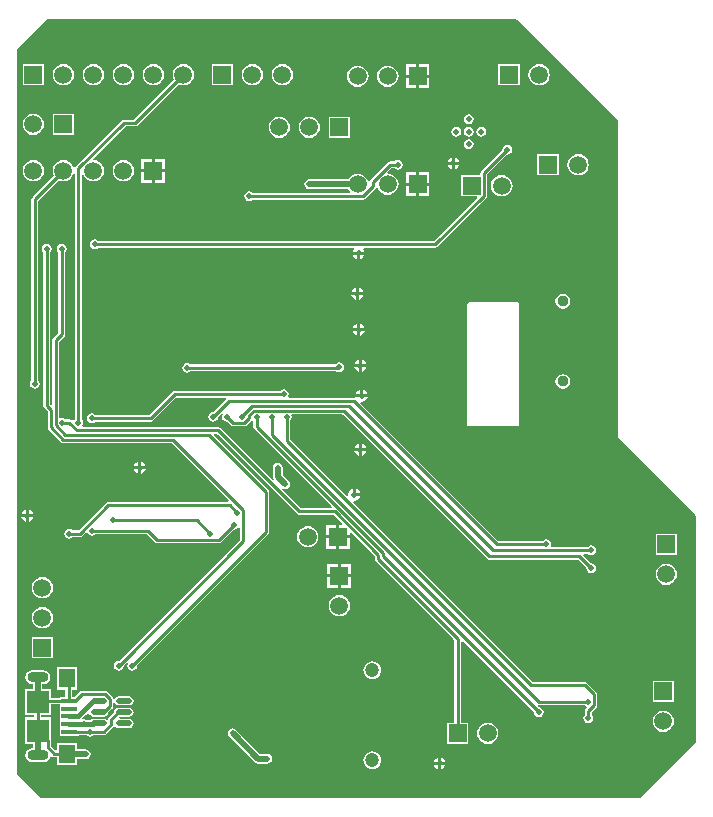
<source format=gbl>
%FSTAX23Y23*%
%MOIN*%
%SFA1B1*%

%IPPOS*%
%ADD74C,0.010000*%
%ADD76C,0.019680*%
%ADD77C,0.015000*%
%ADD78R,0.059060X0.059060*%
%ADD79C,0.059060*%
%ADD80C,0.037400*%
%ADD81R,0.059060X0.059060*%
%ADD82C,0.019680*%
%ADD83O,0.070870X0.035430*%
%ADD84C,0.047240*%
%ADD85O,0.053150X0.017720*%
%ADD86R,0.053150X0.015750*%
%ADD87R,0.055120X0.062990*%
%ADD88R,0.074800X0.074800*%
%LNsolears_v1-1*%
%LPD*%
G36*
X02675Y03604D02*
X02902Y03377D01*
X02982Y03297*
X03014Y03265*
Y02215*
X03015Y02211*
X03017Y02207*
X03274Y0195*
Y01194*
X0309Y0101*
X01089*
X0101Y01084*
Y03505*
X01109Y03604*
X02675*
G37*
%LNsolears_v1-2*%
%LPC*%
G36*
X02385Y03454D02*
X02351D01*
Y0342*
X02385*
Y03454*
G37*
G36*
X02341D02*
X02306D01*
Y0342*
X02341*
Y03454*
G37*
G36*
X0173Y03455D02*
X01659D01*
Y03384*
X0173*
Y03455*
G37*
G36*
X011D02*
X01029D01*
Y03384*
X011*
Y03455*
G37*
G36*
X02686D02*
X02615D01*
Y03384*
X02686*
Y03455*
G37*
G36*
X01895Y03455D02*
X01885Y03454D01*
X01877Y0345*
X01869Y03445*
X01864Y03437*
X0186Y03429*
X01859Y0342*
X0186Y0341*
X01864Y03402*
X01869Y03394*
X01877Y03389*
X01885Y03385*
X01895Y03384*
X01904Y03385*
X01912Y03389*
X0192Y03394*
X01925Y03402*
X01929Y0341*
X0193Y0342*
X01929Y03429*
X01925Y03437*
X0192Y03445*
X01912Y0345*
X01904Y03454*
X01895Y03455*
G37*
G36*
X01795D02*
X01785Y03454D01*
X01777Y0345*
X01769Y03445*
X01764Y03437*
X0176Y03429*
X01759Y0342*
X0176Y0341*
X01764Y03402*
X01769Y03394*
X01777Y03389*
X01785Y03385*
X01795Y03384*
X01804Y03385*
X01812Y03389*
X0182Y03394*
X01825Y03402*
X01829Y0341*
X0183Y0342*
X01829Y03429*
X01825Y03437*
X0182Y03445*
X01812Y0345*
X01804Y03454*
X01795Y03455*
G37*
G36*
X01565D02*
X01555Y03454D01*
X01547Y0345*
X01539Y03445*
X01534Y03437*
X0153Y03429*
X01529Y0342*
X0153Y0341*
X01533Y03404*
X014Y0327*
X01367*
X01363Y0327*
X01359Y03267*
X01207Y03115*
X01204Y03111*
X01199Y03109*
X01199Y03109*
X01195Y03117*
X0119Y03125*
X01182Y0313*
X01174Y03134*
X01165Y03135*
X01155Y03134*
X01147Y0313*
X01139Y03125*
X01134Y03117*
X0113Y03109*
X01129Y031*
X0113Y0309*
X01133Y03084*
X01062Y03012*
X01059Y03009*
X01058Y03005*
Y02401*
X01058Y02401*
X01055Y02396*
X01053Y0239*
X01055Y02383*
X01058Y02378*
X01063Y02375*
X0107Y02373*
X01076Y02375*
X01081Y02378*
X01084Y02383*
X01086Y0239*
X01084Y02396*
X01081Y02401*
X01081Y02401*
Y03*
X01149Y03068*
X01155Y03065*
X01165Y03064*
X01174Y03065*
X01182Y03069*
X0119Y03074*
X01195Y03082*
X01198Y03089*
X01203Y03088*
Y02271*
X01203Y02271*
X01201Y02267*
X01195Y02265*
X01193Y02267*
X01189Y0227*
X01185Y02271*
X01171*
X01171Y02271*
X01166Y02274*
X0116Y02276*
X01155Y02275*
X0115Y02278*
Y02529*
X01167Y02546*
X0117Y0255*
X01171Y02554*
Y02828*
X01171Y02828*
X01174Y02833*
X01176Y0284*
X01174Y02846*
X01171Y02851*
X01166Y02854*
X0116Y02856*
X01153Y02854*
X01148Y02851*
X01145Y02846*
X01143Y0284*
X01145Y02833*
X01148Y02828*
X01148Y02828*
Y02559*
X01131Y02541*
X01128Y02538*
X01128Y02534*
Y02322*
X01123Y02319*
X01121Y02321*
Y02828*
X01121Y02828*
X01124Y02833*
X01126Y0284*
X01124Y02846*
X01121Y02851*
X01116Y02854*
X0111Y02856*
X01103Y02854*
X01098Y02851*
X01095Y02846*
X01093Y0284*
X01095Y02833*
X01098Y02828*
X01098Y02828*
Y02315*
X01099Y0231*
X01102Y02307*
X01112Y02297*
Y02244*
X01113Y0224*
X01115Y02236*
X01157Y02195*
X0116Y02192*
X01164Y02192*
X01526*
X01717Y02001*
X01715Y01996*
X01315*
X01311Y01995*
X01307Y01992*
X01216Y01901*
X01196*
X01196Y01901*
X01191Y01904*
X01185Y01906*
X01178Y01904*
X01173Y01901*
X0117Y01896*
X01168Y0189*
X0117Y01883*
X01173Y01878*
X01178Y01875*
X01185Y01873*
X01191Y01875*
X01196Y01878*
X01196Y01878*
X0122*
X01224Y01879*
X01228Y01882*
X0124Y01894*
X01246Y01892*
X01248Y01888*
X01253Y01885*
X0126Y01883*
X01266Y01885*
X01271Y01888*
X01271Y01888*
X01443*
X0147Y01861*
X01474Y01858*
X01478Y01858*
X01684*
X01688Y01858*
X01692Y01861*
X01734Y01904*
X01735Y01903*
X01741Y01905*
X01746Y01908*
X01749Y01913*
X01749Y01913*
X01754Y0191*
Y0187*
X0135Y01466*
X0135Y01466*
X01343Y01464*
X01338Y01461*
X01335Y01456*
X01333Y0145*
X01335Y01443*
X01338Y01438*
X01343Y01435*
X0135Y01433*
X01356Y01435*
X01361Y01438*
X01364Y01443*
X01366Y0145*
X01366Y0145*
X01378Y01462*
X01378Y01462*
X01382Y01459*
X01381Y01458*
X0138Y01456*
X01378Y0145*
X0138Y01443*
X01383Y01438*
X01388Y01435*
X01395Y01433*
X01401Y01435*
X01406Y01438*
X01409Y01443*
X01411Y0145*
X01411Y0145*
X01847Y01887*
X0185Y0189*
X01851Y01895*
Y0203*
X0185Y02034*
X01847Y02037*
X01666Y02219*
X01668Y02223*
X01676*
X01942Y01957*
X01946Y01954*
X0195Y01953*
X02064*
X02094Y01924*
X02092Y01919*
X02085*
Y01885*
X02119*
Y01892*
X02124Y01894*
X02203Y01814*
Y01805*
X02204Y01801*
X02207Y01797*
X02468Y01535*
Y0126*
X02444*
Y01189*
X02515*
Y0126*
X02491*
Y01531*
X02495Y01533*
X02734Y01295*
X02733Y01295*
X02735Y01288*
X02738Y01283*
X02743Y0128*
X0275Y01278*
X02756Y0128*
X02761Y01283*
X02764Y01288*
X02766Y01295*
X02764Y01301*
X02761Y01306*
X02756Y01309*
X0275Y01311*
X02749Y01311*
X02746Y01314*
X02748Y01319*
X0275Y01318*
X029*
X02901Y01318*
X02906Y01315*
X02908Y01314*
X02909Y01309*
X02908Y01307*
X02905Y01304*
X02904Y01299*
Y01287*
X02903Y01286*
X029Y01281*
X02898Y01275*
X029Y01268*
X02903Y01263*
X02908Y0126*
X02915Y01258*
X02921Y0126*
X02926Y01263*
X02929Y01268*
X02931Y01275*
X02929Y01281*
X02926Y01285*
Y01295*
X02941Y01309*
X02943Y01312*
X02944Y01317*
Y01354*
Y01354*
X02943Y01358*
X02941Y01361*
X0291Y01392*
X02906Y01395*
X02902Y01396*
X02729*
X0213Y01995*
X02132Y02*
X02135Y01999*
X02142Y02001*
X02149Y02005*
X02153Y02012*
X02154Y02015*
X02135*
Y0202*
X0213*
Y02039*
X02127Y02038*
X0212Y02034*
X02116Y02027*
X02114Y0202*
X02115Y02017*
X0211Y02015*
X01921Y02204*
Y02268*
X01921Y02268*
X01924Y02273*
X01926Y0228*
X01925Y02284*
X01928Y02289*
X02094*
X02577Y01807*
X0258Y01804*
X02585Y01803*
X0288*
X02909Y01775*
X02908Y01775*
X0291Y01768*
X02913Y01763*
X02918Y0176*
X02925Y01758*
X02931Y0176*
X02936Y01763*
X02939Y01768*
X02941Y01775*
X02939Y01781*
X02936Y01786*
X02931Y01789*
X02925Y01791*
X02924Y01791*
X02897Y01818*
X02899Y01823*
X02914*
X02918Y0182*
X02925Y01818*
X02931Y0182*
X02936Y01823*
X02939Y01828*
X02941Y01835*
X02939Y01841*
X02936Y01846*
X02931Y01849*
X02925Y01851*
X02918Y01849*
X02913Y01846*
X02912Y01845*
X02793*
X0279Y0185*
X02791Y01855*
X02789Y01861*
X02786Y01866*
X02781Y01869*
X02775Y01871*
X02768Y01869*
X02763Y01866*
X02763Y01866*
X02614*
X02155Y02325*
X02157Y0233*
X0216Y02329*
X02167Y02331*
X02174Y02335*
X02178Y02342*
X02179Y02345*
X02139*
X02138Y02344*
X02136Y02342*
X02132Y02343*
X01916*
X01914Y02348*
X01914Y02348*
X01916Y02355*
X01914Y02361*
X01911Y02366*
X01906Y02369*
X019Y02371*
X01893Y02369*
X01888Y02366*
X01888Y02366*
X01536*
X01532Y02365*
X01528Y02362*
X01451Y02286*
X01271*
X01271Y02286*
X01266Y02289*
X0126Y02291*
X01253Y02289*
X01248Y02286*
X01245Y02281*
X01243Y02275*
X01245Y02268*
X01248Y02263*
X01253Y0226*
X0126Y02258*
X01266Y0226*
X01271Y02263*
X01271Y02263*
X01456*
X0146Y02264*
X01464Y02267*
X0154Y02343*
X01706*
X01708Y02338*
X01665Y02296*
X01665Y02296*
X01658Y02294*
X01653Y02291*
X0165Y02286*
X01648Y0228*
X0165Y02273*
X01653Y02268*
X01658Y02265*
X01665Y02263*
X01671Y02265*
X01676Y02268*
X01679Y02273*
X01681Y0228*
X01681Y0228*
X01693Y02292*
X01693Y02292*
X01697Y02289*
X01696Y02288*
X01695Y02286*
X01693Y0228*
X01695Y02273*
X01698Y02268*
X01703Y02265*
X0171Y02263*
X0171Y02264*
X01722Y02251*
X01726Y02248*
X0173Y02248*
X01768*
X01772Y02248*
X01776Y02251*
X01792Y02267*
X01797Y02265*
X01798Y02263*
Y02246*
X01799Y02242*
X01802Y02239*
X0206Y0198*
X02058Y01976*
X01955*
X01893Y02037*
X01897Y02041*
X01898Y0204*
X01905Y02038*
X01911Y0204*
X01916Y02043*
X01919Y02048*
X01921Y02055*
X01919Y02061*
X01916Y02066*
X01896Y02086*
Y0211*
X01894Y02116*
X01891Y02121*
X01886Y02124*
X0188Y02126*
X01873Y02124*
X01868Y02121*
X01865Y02116*
X01863Y0211*
Y0208*
X01865Y02073*
X01866Y02072*
X01862Y02068*
X01688Y02242*
X01684Y02245*
X0168Y02246*
X0123*
X01228Y02251*
X01229Y02253*
X01231Y0226*
X01229Y02266*
X01226Y02271*
X01226Y02271*
Y03088*
X01231Y03089*
X01234Y03082*
X01239Y03074*
X01247Y03069*
X01255Y03065*
X01265Y03064*
X01274Y03065*
X01282Y03069*
X0129Y03074*
X01295Y03082*
X01299Y0309*
X013Y031*
X01299Y03109*
X01295Y03117*
X0129Y03125*
X01282Y0313*
X01274Y03134*
X01266Y03135*
X01263Y0314*
X01372Y03248*
X01404*
X01409Y03249*
X01412Y03251*
X01549Y03388*
X01555Y03385*
X01565Y03384*
X01574Y03385*
X01582Y03389*
X0159Y03394*
X01595Y03402*
X01599Y0341*
X016Y0342*
X01599Y03429*
X01595Y03437*
X0159Y03445*
X01582Y0345*
X01574Y03454*
X01565Y03455*
G37*
G36*
X01465D02*
X01455Y03454D01*
X01447Y0345*
X01439Y03445*
X01434Y03437*
X0143Y03429*
X01429Y0342*
X0143Y0341*
X01434Y03402*
X01439Y03394*
X01447Y03389*
X01455Y03385*
X01465Y03384*
X01474Y03385*
X01482Y03389*
X0149Y03394*
X01495Y03402*
X01499Y0341*
X015Y0342*
X01499Y03429*
X01495Y03437*
X0149Y03445*
X01482Y0345*
X01474Y03454*
X01465Y03455*
G37*
G36*
X01365D02*
X01355Y03454D01*
X01347Y0345*
X01339Y03445*
X01334Y03437*
X0133Y03429*
X01329Y0342*
X0133Y0341*
X01334Y03402*
X01339Y03394*
X01347Y03389*
X01355Y03385*
X01365Y03384*
X01374Y03385*
X01382Y03389*
X0139Y03394*
X01395Y03402*
X01399Y0341*
X014Y0342*
X01399Y03429*
X01395Y03437*
X0139Y03445*
X01382Y0345*
X01374Y03454*
X01365Y03455*
G37*
G36*
X01265D02*
X01255Y03454D01*
X01247Y0345*
X01239Y03445*
X01234Y03437*
X0123Y03429*
X01229Y0342*
X0123Y0341*
X01234Y03402*
X01239Y03394*
X01247Y03389*
X01255Y03385*
X01265Y03384*
X01274Y03385*
X01282Y03389*
X0129Y03394*
X01295Y03402*
X01299Y0341*
X013Y0342*
X01299Y03429*
X01295Y03437*
X0129Y03445*
X01282Y0345*
X01274Y03454*
X01265Y03455*
G37*
G36*
X01165D02*
X01155Y03454D01*
X01147Y0345*
X01139Y03445*
X01134Y03437*
X0113Y03429*
X01129Y0342*
X0113Y0341*
X01134Y03402*
X01139Y03394*
X01147Y03389*
X01155Y03385*
X01165Y03384*
X01174Y03385*
X01182Y03389*
X0119Y03394*
X01195Y03402*
X01199Y0341*
X012Y0342*
X01199Y03429*
X01195Y03437*
X0119Y03445*
X01182Y0345*
X01174Y03454*
X01165Y03455*
G37*
G36*
X02751D02*
X02742Y03454D01*
X02733Y0345*
X02726Y03445*
X0272Y03437*
X02716Y03429*
X02715Y0342*
X02716Y0341*
X0272Y03402*
X02726Y03394*
X02733Y03389*
X02742Y03385*
X02751Y03384*
X0276Y03385*
X02769Y03389*
X02776Y03394*
X02782Y03402*
X02785Y0341*
X02787Y0342*
X02785Y03429*
X02782Y03437*
X02776Y03445*
X02769Y0345*
X0276Y03454*
X02751Y03455*
G37*
G36*
X02246Y0345D02*
X02237Y03449D01*
X02228Y03445*
X02221Y0344*
X02215Y03432*
X02211Y03424*
X0221Y03415*
X02211Y03405*
X02215Y03397*
X02221Y03389*
X02228Y03384*
X02237Y0338*
X02246Y03379*
X02255Y0338*
X02264Y03384*
X02271Y03389*
X02277Y03397*
X0228Y03405*
X02282Y03415*
X0228Y03424*
X02277Y03432*
X02271Y0344*
X02264Y03445*
X02255Y03449*
X02246Y0345*
G37*
G36*
X02146D02*
X02137Y03449D01*
X02128Y03445*
X02121Y0344*
X02115Y03432*
X02111Y03424*
X0211Y03415*
X02111Y03405*
X02115Y03397*
X02121Y03389*
X02128Y03384*
X02137Y0338*
X02146Y03379*
X02155Y0338*
X02164Y03384*
X02171Y03389*
X02177Y03397*
X0218Y03405*
X02182Y03415*
X0218Y03424*
X02177Y03432*
X02171Y0344*
X02164Y03445*
X02155Y03449*
X02146Y0345*
G37*
G36*
X02385Y0341D02*
X02351D01*
Y03375*
X02385*
Y0341*
G37*
G36*
X02341D02*
X02306D01*
Y03375*
X02341*
Y0341*
G37*
G36*
X02516Y03287D02*
X0251Y03286D01*
X02504Y03282*
X02501Y03277*
X025Y03271*
X02501Y03265*
X02504Y03259*
X0251Y03256*
X02516Y03255*
X02522Y03256*
X02527Y03259*
X02531Y03265*
X02532Y03271*
X02531Y03277*
X02527Y03282*
X02522Y03286*
X02516Y03287*
G37*
G36*
X012Y0329D02*
X01129D01*
Y03219*
X012*
Y0329*
G37*
G36*
X01065Y0329D02*
X01055Y03289D01*
X01047Y03285*
X01039Y0328*
X01034Y03272*
X0103Y03264*
X01029Y03255*
X0103Y03245*
X01034Y03237*
X01039Y03229*
X01047Y03224*
X01055Y0322*
X01065Y03219*
X01074Y0322*
X01082Y03224*
X0109Y03229*
X01095Y03237*
X01099Y03245*
X011Y03255*
X01099Y03264*
X01095Y03272*
X0109Y0328*
X01082Y03285*
X01074Y03289*
X01065Y0329*
G37*
G36*
X02557Y03246D02*
X02551Y03244D01*
X02546Y03241*
X02542Y03236*
X02541Y0323*
X02542Y03223*
X02546Y03218*
X02551Y03215*
X02557Y03213*
X02563Y03215*
X02569Y03218*
X02572Y03223*
X02573Y0323*
X02572Y03236*
X02569Y03241*
X02563Y03244*
X02557Y03246*
G37*
G36*
X02516D02*
X0251Y03244D01*
X02504Y03241*
X02501Y03236*
X025Y0323*
X02501Y03223*
X02504Y03218*
X0251Y03215*
X02516Y03213*
X02522Y03215*
X02527Y03218*
X02531Y03223*
X02532Y0323*
X02531Y03236*
X02527Y03241*
X02522Y03244*
X02516Y03246*
G37*
G36*
X02475D02*
X02468Y03244D01*
X02463Y03241*
X0246Y03236*
X02458Y0323*
X0246Y03223*
X02463Y03218*
X02468Y03215*
X02475Y03213*
X02481Y03215*
X02486Y03218*
X02489Y03223*
X02491Y0323*
X02489Y03236*
X02486Y03241*
X02481Y03244*
X02475Y03246*
G37*
G36*
X0212Y0328D02*
X02049D01*
Y03209*
X0212*
Y0328*
G37*
G36*
X01985Y0328D02*
X01975Y03279D01*
X01967Y03275*
X01959Y0327*
X01954Y03262*
X0195Y03254*
X01949Y03245*
X0195Y03235*
X01954Y03227*
X01959Y03219*
X01967Y03214*
X01975Y0321*
X01985Y03209*
X01994Y0321*
X02002Y03214*
X0201Y03219*
X02015Y03227*
X02019Y03235*
X0202Y03245*
X02019Y03254*
X02015Y03262*
X0201Y0327*
X02002Y03275*
X01994Y03279*
X01985Y0328*
G37*
G36*
X01885D02*
X01875Y03279D01*
X01867Y03275*
X01859Y0327*
X01854Y03262*
X0185Y03254*
X01849Y03245*
X0185Y03235*
X01854Y03227*
X01859Y03219*
X01867Y03214*
X01875Y0321*
X01885Y03209*
X01894Y0321*
X01902Y03214*
X0191Y03219*
X01915Y03227*
X01919Y03235*
X0192Y03245*
X01919Y03254*
X01915Y03262*
X0191Y0327*
X01902Y03275*
X01894Y03279*
X01885Y0328*
G37*
G36*
X02516Y03204D02*
X0251Y03203D01*
X02504Y032*
X02501Y03194*
X025Y03188*
X02501Y03182*
X02504Y03177*
X0251Y03173*
X02516Y03172*
X02522Y03173*
X02527Y03177*
X02531Y03182*
X02532Y03188*
X02531Y03194*
X02527Y032*
X02522Y03203*
X02516Y03204*
G37*
G36*
X02645Y03186D02*
X02638Y03184D01*
X02633Y03181*
X0263Y03176*
X02628Y0317*
X02629Y03169*
X02558Y03099*
X02556Y03096*
X02555Y03091*
Y03085*
X0249*
Y03014*
X02543*
X02545Y03009*
X02401Y02866*
X01281*
X01281Y02866*
X01276Y02869*
X0127Y02871*
X01263Y02869*
X01258Y02866*
X01255Y02861*
X01253Y02855*
X01255Y02848*
X01258Y02843*
X01263Y0284*
X0127Y02838*
X01276Y0284*
X01281Y02843*
X01281Y02843*
X02133*
X02134Y0284*
X02135Y02838*
X02131Y02832*
X0213Y0283*
X02169*
X02168Y02832*
X02164Y02838*
X02165Y0284*
X02166Y02843*
X02405*
X0241Y02844*
X02413Y02847*
X02574Y03008*
X02577Y03011*
X02577Y03015*
Y03015*
Y03087*
X02644Y03154*
X02645Y03153*
X02651Y03155*
X02656Y03158*
X02659Y03163*
X02661Y0317*
X02659Y03176*
X02656Y03181*
X02651Y03184*
X02645Y03186*
G37*
G36*
X0228Y03136D02*
X02273Y03134D01*
X02268Y03131*
X02268Y03131*
X02254*
X02249Y0313*
X02246Y03127*
X02188Y0307*
X02186Y03066*
X02181Y03064*
X0218Y03064*
X02177Y03072*
X02171Y0308*
X02164Y03085*
X02155Y03089*
X02146Y0309*
X02137Y03089*
X02128Y03085*
X02121Y0308*
X02115Y03072*
X02114Y03071*
X01985*
X01978Y03069*
X01973Y03066*
X0197Y03061*
X01968Y03055*
X0197Y03048*
X01973Y03043*
X01978Y0304*
X01985Y03038*
X02114*
X02115Y03037*
X0212Y0303*
X02118Y03025*
X01796*
X01796Y03026*
X01791Y03029*
X01785Y03031*
X01778Y03029*
X01773Y03026*
X0177Y03021*
X01768Y03015*
X0177Y03008*
X01773Y03003*
X01778Y03*
X01785Y02998*
X01791Y03*
X01796Y03003*
X02163*
X02167Y03004*
X0217Y03006*
X02204Y03039*
X02206Y03043*
X02211Y03045*
X02212Y03045*
X02215Y03037*
X02221Y03029*
X02228Y03024*
X02237Y0302*
X02246Y03019*
X02255Y0302*
X02264Y03024*
X02271Y03029*
X02277Y03037*
X0228Y03045*
X02282Y03055*
X0228Y03064*
X02277Y03072*
X02271Y0308*
X02264Y03085*
X02255Y03089*
X02247Y0309*
X02245Y03095*
X02258Y03108*
X02268*
X02268Y03108*
X02273Y03105*
X0228Y03103*
X02286Y03105*
X02291Y03108*
X02294Y03113*
X02296Y0312*
X02294Y03126*
X02291Y03131*
X02286Y03134*
X0228Y03136*
G37*
G36*
X0247Y03144D02*
Y0313D01*
X02484*
X02483Y03132*
X02479Y03139*
X02472Y03143*
X0247Y03144*
G37*
G36*
X0246D02*
X02457Y03143D01*
X0245Y03139*
X02446Y03132*
X02445Y0313*
X0246*
Y03144*
G37*
G36*
X02484Y0312D02*
X0247D01*
Y03105*
X02472Y03106*
X02479Y0311*
X02483Y03117*
X02484Y0312*
G37*
G36*
X0246D02*
X02445D01*
X02446Y03117*
X0245Y0311*
X02457Y03106*
X0246Y03105*
Y0312*
G37*
G36*
X01504Y03139D02*
X0147D01*
Y03105*
X01504*
Y03139*
G37*
G36*
X0146D02*
X01425D01*
Y03105*
X0146*
Y03139*
G37*
G36*
X02816Y03155D02*
X02745D01*
Y03084*
X02816*
Y03155*
G37*
G36*
X02881Y03155D02*
X02872Y03154D01*
X02863Y0315*
X02856Y03145*
X0285Y03137*
X02846Y03129*
X02845Y0312*
X02846Y0311*
X0285Y03102*
X02856Y03094*
X02863Y03089*
X02872Y03085*
X02881Y03084*
X0289Y03085*
X02899Y03089*
X02906Y03094*
X02912Y03102*
X02915Y0311*
X02917Y0312*
X02915Y03129*
X02912Y03137*
X02906Y03145*
X02899Y0315*
X0289Y03154*
X02881Y03155*
G37*
G36*
X01365Y03135D02*
X01355Y03134D01*
X01347Y0313*
X01339Y03125*
X01334Y03117*
X0133Y03109*
X01329Y031*
X0133Y0309*
X01334Y03082*
X01339Y03074*
X01347Y03069*
X01355Y03065*
X01365Y03064*
X01374Y03065*
X01382Y03069*
X0139Y03074*
X01395Y03082*
X01399Y0309*
X014Y031*
X01399Y03109*
X01395Y03117*
X0139Y03125*
X01382Y0313*
X01374Y03134*
X01365Y03135*
G37*
G36*
X01065D02*
X01055Y03134D01*
X01047Y0313*
X01039Y03125*
X01034Y03117*
X0103Y03109*
X01029Y031*
X0103Y0309*
X01034Y03082*
X01039Y03074*
X01047Y03069*
X01055Y03065*
X01065Y03064*
X01074Y03065*
X01082Y03069*
X0109Y03074*
X01095Y03082*
X01099Y0309*
X011Y031*
X01099Y03109*
X01095Y03117*
X0109Y03125*
X01082Y0313*
X01074Y03134*
X01065Y03135*
G37*
G36*
X01504Y03095D02*
X0147D01*
Y0306*
X01504*
Y03095*
G37*
G36*
X0146D02*
X01425D01*
Y0306*
X0146*
Y03095*
G37*
G36*
X02385Y03094D02*
X02351D01*
Y0306*
X02385*
Y03094*
G37*
G36*
X02341D02*
X02306D01*
Y0306*
X02341*
Y03094*
G37*
G36*
X02385Y0305D02*
X02351D01*
Y03015*
X02385*
Y0305*
G37*
G36*
X02341D02*
X02306D01*
Y03015*
X02341*
Y0305*
G37*
G36*
X02626Y03085D02*
X02617Y03084D01*
X02608Y0308*
X02601Y03075*
X02595Y03067*
X02591Y03059*
X0259Y0305*
X02591Y0304*
X02595Y03032*
X02601Y03024*
X02608Y03019*
X02617Y03015*
X02626Y03014*
X02635Y03015*
X02644Y03019*
X02651Y03024*
X02657Y03032*
X0266Y0304*
X02662Y0305*
X0266Y03059*
X02657Y03067*
X02651Y03075*
X02644Y0308*
X02635Y03084*
X02626Y03085*
G37*
G36*
X02169Y0282D02*
X02155D01*
Y02805*
X02157Y02806*
X02164Y0281*
X02168Y02817*
X02169Y0282*
G37*
G36*
X02145D02*
X0213D01*
X02131Y02817*
X02135Y0281*
X02142Y02806*
X02145Y02805*
Y0282*
G37*
G36*
X0215Y02709D02*
Y02695D01*
X02164*
X02163Y02697*
X02159Y02704*
X02152Y02708*
X0215Y02709*
G37*
G36*
X0214D02*
X02137Y02708D01*
X0213Y02704*
X02126Y02697*
X02125Y02695*
X0214*
Y02709*
G37*
G36*
X02164Y02685D02*
X0215D01*
Y0267*
X02152Y02671*
X02159Y02675*
X02163Y02682*
X02164Y02685*
G37*
G36*
X0214D02*
X02125D01*
X02126Y02682*
X0213Y02675*
X02137Y02671*
X0214Y0267*
Y02685*
G37*
G36*
X0283Y0269D02*
X0282Y02688D01*
X02812Y02682*
X02806Y02674*
X02804Y02665*
X02806Y02655*
X02812Y02647*
X0282Y02641*
X0283Y02639*
X02839Y02641*
X02847Y02647*
X02853Y02655*
X02855Y02665*
X02853Y02674*
X02847Y02682*
X02839Y02688*
X0283Y0269*
G37*
G36*
X02155Y02589D02*
Y02575D01*
X02169*
X02168Y02577*
X02164Y02584*
X02157Y02588*
X02155Y02589*
G37*
G36*
X02145D02*
X02142Y02588D01*
X02135Y02584*
X02131Y02577*
X0213Y02575*
X02145*
Y02589*
G37*
G36*
X02169Y02565D02*
X02155D01*
Y0255*
X02157Y02551*
X02164Y02555*
X02168Y02562*
X02169Y02565*
G37*
G36*
X02145D02*
X0213D01*
X02131Y02562*
X02135Y02555*
X02142Y02551*
X02145Y0255*
Y02565*
G37*
G36*
X0216Y02469D02*
Y02455D01*
X02174*
X02173Y02457*
X02169Y02464*
X02162Y02468*
X0216Y02469*
G37*
G36*
X0215D02*
X02147Y02468D01*
X0214Y02464*
X02136Y02457*
X02135Y02455*
X0215*
Y02469*
G37*
G36*
X02085Y02461D02*
X02078Y02459D01*
X02073Y02456*
X02072Y02454*
X01587*
X01583Y02457*
X01577Y02458*
X01571Y02457*
X01566Y02453*
X01562Y02448*
X01561Y02442*
X01562Y02436*
X01566Y02431*
X01571Y02427*
X01577Y02426*
X01583Y02427*
X01588Y02431*
X01589Y02432*
X02075*
X02078Y0243*
X02085Y02428*
X02091Y0243*
X02096Y02433*
X02099Y02438*
X02101Y02445*
X02099Y02451*
X02096Y02456*
X02091Y02459*
X02085Y02461*
G37*
G36*
X02174Y02445D02*
X0216D01*
Y0243*
X02162Y02431*
X02169Y02435*
X02173Y02442*
X02174Y02445*
G37*
G36*
X0215D02*
X02135D01*
X02136Y02442*
X0214Y02435*
X02147Y02431*
X0215Y0243*
Y02445*
G37*
G36*
X0283Y02422D02*
X0282Y0242D01*
X02812Y02415*
X02806Y02406*
X02804Y02397*
X02806Y02387*
X02812Y02379*
X0282Y02374*
X0283Y02372*
X02839Y02374*
X02847Y02379*
X02853Y02387*
X02855Y02397*
X02853Y02406*
X02847Y02415*
X02839Y0242*
X0283Y02422*
G37*
G36*
X02165Y02369D02*
Y02355D01*
X02179*
X02178Y02357*
X02174Y02364*
X02167Y02368*
X02165Y02369*
G37*
G36*
X02155D02*
X02152Y02368D01*
X02145Y02364*
X02141Y02357*
X0214Y02355*
X02155*
Y02369*
G37*
G36*
X02677Y02661D02*
X02518D01*
X02513Y02659*
X02511Y02655*
Y02253*
X02513Y02249*
X02518Y02247*
X02677*
X02682Y02249*
X02684Y02253*
Y02655*
X02682Y02659*
X02677Y02661*
G37*
G36*
X0216Y02189D02*
Y02175D01*
X02174*
X02173Y02177*
X02169Y02184*
X02162Y02188*
X0216Y02189*
G37*
G36*
X0215D02*
X02147Y02188D01*
X0214Y02184*
X02136Y02177*
X02135Y02175*
X0215*
Y02189*
G37*
G36*
X02174Y02165D02*
X0216D01*
Y0215*
X02162Y02151*
X02169Y02155*
X02173Y02162*
X02174Y02165*
G37*
G36*
X0215D02*
X02135D01*
X02136Y02162*
X0214Y02155*
X02147Y02151*
X0215Y0215*
Y02165*
G37*
G36*
X01425Y02129D02*
Y02115D01*
X01439*
X01438Y02117*
X01434Y02124*
X01427Y02128*
X01425Y02129*
G37*
G36*
X01415D02*
X01412Y02128D01*
X01405Y02124*
X01401Y02117*
X014Y02115*
X01415*
Y02129*
G37*
G36*
X01439Y02105D02*
X01425D01*
Y0209*
X01427Y02091*
X01434Y02095*
X01438Y02102*
X01439Y02105*
G37*
G36*
X01415D02*
X014D01*
X01401Y02102*
X01405Y02095*
X01412Y02091*
X01415Y0209*
Y02105*
G37*
G36*
X0214Y02039D02*
Y02025D01*
X02154*
X02153Y02027*
X02149Y02034*
X02142Y02038*
X0214Y02039*
G37*
G36*
X0105Y01969D02*
Y01955D01*
X01064*
X01063Y01957*
X01059Y01964*
X01052Y01968*
X0105Y01969*
G37*
G36*
X0104D02*
X01037Y01968D01*
X0103Y01964*
X01026Y01957*
X01025Y01955*
X0104*
Y01969*
G37*
G36*
X01064Y01945D02*
X0105D01*
Y0193*
X01052Y01931*
X01059Y01935*
X01063Y01942*
X01064Y01945*
G37*
G36*
X0104D02*
X01025D01*
X01026Y01942*
X0103Y01935*
X01037Y01931*
X0104Y0193*
Y01945*
G37*
G36*
X02075Y01919D02*
X0204D01*
Y01885*
X02075*
Y01919*
G37*
G36*
X0198Y01915D02*
X0197Y01914D01*
X01962Y0191*
X01954Y01905*
X01949Y01897*
X01945Y01889*
X01944Y0188*
X01945Y0187*
X01949Y01862*
X01954Y01854*
X01962Y01849*
X0197Y01845*
X0198Y01844*
X01989Y01845*
X01997Y01849*
X02005Y01854*
X0201Y01862*
X02014Y0187*
X02015Y0188*
X02014Y01889*
X0201Y01897*
X02005Y01905*
X01997Y0191*
X01989Y01914*
X0198Y01915*
G37*
G36*
X02119Y01875D02*
X02085D01*
Y0184*
X02119*
Y01875*
G37*
G36*
X02075D02*
X0204D01*
Y0184*
X02075*
Y01875*
G37*
G36*
X0321Y0189D02*
X03139D01*
Y01819*
X0321*
Y0189*
G37*
G36*
X02124Y01789D02*
X0209D01*
Y01755*
X02124*
Y01789*
G37*
G36*
X0208D02*
X02045D01*
Y01755*
X0208*
Y01789*
G37*
G36*
X03175Y0179D02*
X03165Y01789D01*
X03157Y01785*
X03149Y0178*
X03144Y01772*
X0314Y01764*
X03139Y01755*
X0314Y01745*
X03144Y01737*
X03149Y01729*
X03157Y01724*
X03165Y0172*
X03175Y01719*
X03184Y0172*
X03192Y01724*
X032Y01729*
X03205Y01737*
X03209Y01745*
X0321Y01755*
X03209Y01764*
X03205Y01772*
X032Y0178*
X03192Y01785*
X03184Y01789*
X03175Y0179*
G37*
G36*
X02124Y01745D02*
X0209D01*
Y0171*
X02124*
Y01745*
G37*
G36*
X0208D02*
X02045D01*
Y0171*
X0208*
Y01745*
G37*
G36*
X01095Y01745D02*
X01085Y01744D01*
X01077Y0174*
X01069Y01735*
X01064Y01727*
X0106Y01719*
X01059Y0171*
X0106Y017*
X01064Y01692*
X01069Y01684*
X01077Y01679*
X01085Y01675*
X01095Y01674*
X01104Y01675*
X01112Y01679*
X0112Y01684*
X01125Y01692*
X01129Y017*
X0113Y0171*
X01129Y01719*
X01125Y01727*
X0112Y01735*
X01112Y0174*
X01104Y01744*
X01095Y01745*
G37*
G36*
X02085Y01685D02*
X02075Y01684D01*
X02067Y0168*
X02059Y01675*
X02054Y01667*
X0205Y01659*
X02049Y0165*
X0205Y0164*
X02054Y01632*
X02059Y01624*
X02067Y01619*
X02075Y01615*
X02085Y01614*
X02094Y01615*
X02102Y01619*
X0211Y01624*
X02115Y01632*
X02119Y0164*
X0212Y0165*
X02119Y01659*
X02115Y01667*
X0211Y01675*
X02102Y0168*
X02094Y01684*
X02085Y01685*
G37*
G36*
X01095Y01645D02*
X01085Y01644D01*
X01077Y0164*
X01069Y01635*
X01064Y01627*
X0106Y01619*
X01059Y0161*
X0106Y016*
X01064Y01592*
X01069Y01584*
X01077Y01579*
X01085Y01575*
X01095Y01574*
X01104Y01575*
X01112Y01579*
X0112Y01584*
X01125Y01592*
X01129Y016*
X0113Y0161*
X01129Y01619*
X01125Y01627*
X0112Y01635*
X01112Y0164*
X01104Y01644*
X01095Y01645*
G37*
G36*
X0113Y01545D02*
X01059D01*
Y01474*
X0113*
Y01545*
G37*
G36*
X02195Y01464D02*
X02187Y01463D01*
X0218Y0146*
X02173Y01456*
X02169Y01449*
X02166Y01442*
X02165Y01435*
X02166Y01427*
X02169Y0142*
X02173Y01413*
X0218Y01409*
X02187Y01406*
X02195Y01405*
X02202Y01406*
X02209Y01409*
X02216Y01413*
X0222Y0142*
X02223Y01427*
X02224Y01435*
X02223Y01442*
X0222Y01449*
X02216Y01456*
X02209Y0146*
X02202Y01463*
X02195Y01464*
G37*
G36*
X01209Y01444D02*
X01142D01*
Y01369*
X01171*
Y01346*
X01152*
Y01343*
X01122*
Y01371*
X01095*
Y01387*
X01097*
X01106Y01388*
X01114Y01394*
X01119Y01401*
X01121Y01411*
X01119Y0142*
X01114Y01428*
X01106Y01433*
X01097Y01435*
X01061*
X01052Y01433*
X01044Y01428*
X01039Y0142*
X01037Y01411*
X01039Y01401*
X01044Y01394*
X01052Y01388*
X01061Y01387*
X01063*
Y01371*
X01036*
Y01285*
X01068*
Y01277*
X01036*
Y0119*
X01063*
Y01175*
X01061*
X01052Y01173*
X01044Y01168*
X01039Y0116*
X01037Y01151*
X01039Y01142*
X01044Y01134*
X01052Y01129*
X01061Y01127*
X01097*
X01106Y01129*
X01114Y01134*
X01119Y01142*
X0112Y01146*
X01126Y01148*
X01127Y01147*
Y01147*
X0113Y01144*
X01135Y01144*
X01142*
Y01117*
X01209*
Y01139*
X01239*
X0124Y01138*
X01246Y0114*
X01251Y01143*
X01254Y01148*
X01256Y01155*
X01254Y01161*
X01251Y01166*
X01251Y01166*
X01245Y0117*
X01239Y01171*
X01209*
Y01192*
X01142*
Y0117*
X01137Y01168*
X01123Y01182*
Y01201*
X01122Y01202*
Y01277*
X0109*
Y01285*
X01122*
Y01321*
X01152*
Y01292*
Y01267*
Y01241*
Y01216*
X01217*
Y01218*
X01243*
X01243Y01218*
X01248Y01215*
X01255Y01213*
X01261Y01215*
X01266Y01218*
X01266Y01218*
X013*
X01305Y01219*
X01308Y01222*
X01333Y01246*
X01336Y01247*
X01338Y01246*
X01339Y01246*
X01343Y01243*
X01349Y01242*
X01385*
X0139Y01243*
X01395Y01246*
X01398Y01251*
X014Y01257*
X01398Y01263*
X01395Y01268*
X0139Y01271*
X01385Y01272*
X01352*
X01349Y01277*
X01351Y01279*
X01385*
X0139Y01281*
X01395Y01284*
X01398Y01289*
X014Y01295*
X01398Y013*
X01395Y01305*
X0139Y01308*
X01385Y0131*
X01349*
X01343Y01308*
X01338Y01305*
X01335Y013*
X01334Y01295*
X01318Y01279*
X01315Y01275*
X01314Y01271*
X01314Y0127*
X01309Y01269*
X01306Y01271*
X013Y01272*
X01264*
X01259Y01271*
X01255Y01269*
X01242*
X01241Y01269*
X01235Y01271*
X01228Y01269*
X01226Y01274*
X01226Y01274*
X01236Y01284*
X01241Y01285*
X01246Y01288*
X01246Y01288*
X01251Y01287*
X01254Y01284*
X01259Y01281*
X01264Y01279*
X013*
X01306Y01281*
X01311Y01284*
X01314Y01289*
X01315Y01294*
X01328Y01306*
X0133Y0131*
X01331Y01314*
Y01324*
X01332Y01325*
X01336Y01325*
X01338Y01321*
X01343Y01318*
X01349Y01317*
X01385*
X0139Y01318*
X01395Y01321*
X01398Y01326*
X014Y01332*
X01398Y01338*
X01395Y01343*
X0139Y01346*
X01385Y01347*
X01349*
X01343Y01346*
X01338Y01343*
X01336Y01339*
X01332Y01339*
X01331Y01339*
Y0134*
X0133Y01344*
X01328Y01348*
X01313Y01362*
X0131Y01365*
X01305Y01366*
X01226*
X01222Y01365*
X01218Y01362*
X01201Y01346*
X01193*
Y01369*
X01209*
Y01444*
G37*
G36*
X032Y014D02*
X03129D01*
Y01329*
X032*
Y014*
G37*
G36*
X03165Y013D02*
X03155Y01299D01*
X03147Y01295*
X03139Y0129*
X03134Y01282*
X0313Y01274*
X03129Y01265*
X0313Y01255*
X03134Y01247*
X03139Y01239*
X03147Y01234*
X03155Y0123*
X03165Y01229*
X03174Y0123*
X03182Y01234*
X0319Y01239*
X03195Y01247*
X03199Y01255*
X032Y01265*
X03199Y01274*
X03195Y01282*
X0319Y0129*
X03182Y01295*
X03174Y01299*
X03165Y013*
G37*
G36*
X0258Y0126D02*
X0257Y01259D01*
X02562Y01255*
X02554Y0125*
X02549Y01242*
X02545Y01234*
X02544Y01225*
X02545Y01215*
X02549Y01207*
X02554Y01199*
X02562Y01194*
X0257Y0119*
X0258Y01189*
X02589Y0119*
X02597Y01194*
X02605Y01199*
X0261Y01207*
X02614Y01215*
X02615Y01225*
X02614Y01234*
X0261Y01242*
X02605Y0125*
X02597Y01255*
X02589Y01259*
X0258Y0126*
G37*
G36*
X02425Y01144D02*
Y0113D01*
X02439*
X02438Y01132*
X02434Y01139*
X02427Y01143*
X02425Y01144*
G37*
G36*
X02415D02*
X02412Y01143D01*
X02405Y01139*
X02401Y01132*
X024Y0113*
X02415*
Y01144*
G37*
G36*
X0173Y01241D02*
X01723Y01239D01*
X01718Y01236*
X01715Y01231*
X01713Y01225*
X01715Y01218*
X01718Y01213*
X01803Y01128*
X01808Y01125*
X01815Y01123*
X01845*
X01851Y01125*
X01856Y01128*
X01859Y01133*
X01861Y0114*
X01859Y01146*
X01856Y01151*
X01851Y01154*
X01845Y01156*
X01821*
X01741Y01236*
X01736Y01239*
X01735Y0124*
X0173Y01241*
G37*
G36*
X02439Y0112D02*
X02425D01*
Y01105*
X02427Y01106*
X02434Y0111*
X02438Y01117*
X02439Y0112*
G37*
G36*
X02415D02*
X024D01*
X02401Y01117*
X02405Y0111*
X02412Y01106*
X02415Y01105*
Y0112*
G37*
G36*
X02195Y01164D02*
X02187Y01163D01*
X0218Y0116*
X02173Y01156*
X02169Y01149*
X02166Y01142*
X02165Y01135*
X02166Y01127*
X02169Y0112*
X02173Y01113*
X0218Y01109*
X02187Y01106*
X02195Y01105*
X02202Y01106*
X02209Y01109*
X02216Y01113*
X0222Y0112*
X02223Y01127*
X02224Y01135*
X02223Y01142*
X0222Y01149*
X02216Y01156*
X02209Y0116*
X02202Y01163*
X02195Y01164*
G37*
%LNsolears_v1-3*%
%LPD*%
G54D74*
X02566Y03091D02*
X02645Y0317D01*
X02566Y03015D02*
Y03091D01*
X02405Y02855D02*
X02566Y03015D01*
X0127Y02855D02*
X02405D01*
X02254Y0312D02*
X0228D01*
X02196Y03062D02*
X02254Y0312D01*
X02196Y03047D02*
Y03062D01*
X02163Y03014D02*
X02196Y03047D01*
X01785Y03014D02*
X02163D01*
X01785Y03015D02*
X01785Y03014D01*
X02083Y02443D02*
X02085Y02445D01*
X01578Y02443D02*
X02083D01*
X01577Y02442D02*
X01578Y02443D01*
X01536Y02355D02*
X019D01*
X01456Y02275D02*
X01536Y02355D01*
X0126Y02275D02*
X01456D01*
X01717Y02332D02*
X02132D01*
X01665Y0228D02*
X01717Y02332D01*
X02132D02*
X0261Y01855D01*
X02775*
X0107Y0239D02*
Y03005D01*
X01165Y031*
X0186Y0222D02*
Y0228D01*
X0181Y02246D02*
Y0228D01*
X01785Y02275D02*
Y02284D01*
X01768Y02259D02*
X01785Y02275D01*
X0191Y022D02*
Y0228D01*
X01801Y023D02*
X02099D01*
X01794Y02316D02*
X02116D01*
X0176Y0228D02*
Y02281D01*
X0173Y02259D02*
X01768D01*
X0171Y0228D02*
X0173Y02259D01*
X01785Y02284D02*
X01801Y023D01*
X0181Y02246D02*
X0223Y01826D01*
X0176Y02281D02*
X01794Y02316D01*
X0191Y022D02*
X02725Y01385D01*
X01215Y0226D02*
Y03107D01*
X01367Y03259*
X01404*
X01565Y0342*
X01171Y02219D02*
X0165D01*
X01139Y02251D02*
X01171Y02219D01*
X01164Y02203D02*
X01531D01*
X01123Y02244D02*
X01164Y02203D01*
X0135Y0145D02*
X01765Y01865D01*
Y01968*
X01531Y02203D02*
X01765Y01968D01*
X0165Y02219D02*
X0184Y0203D01*
X0168Y02235D02*
X0195Y01965D01*
X0121Y02235D02*
X0168D01*
X01185Y0226D02*
X0121Y02235D01*
X01139Y02251D02*
Y02534D01*
X01123Y02244D02*
Y02301D01*
X0111Y02315D02*
X01123Y02301D01*
X0184Y01895D02*
Y0203D01*
X01395Y0145D02*
X0184Y01895D01*
X01684Y01869D02*
X01735Y0192D01*
X01478Y01869D02*
X01684D01*
X01315Y01985D02*
X0172D01*
X0122Y0189D02*
X01315Y01985D01*
X0172D02*
X01745Y0196D01*
X0133Y01935D02*
X0161D01*
X01447Y019D02*
X01478Y01869D01*
X0126Y019D02*
X01447D01*
X0161Y01935D02*
X01655Y0189D01*
X0195Y01965D02*
X02069D01*
X02215Y01819*
X0248Y01225D02*
Y0154D01*
X02215Y01805D02*
X0248Y0154D01*
X0223Y01814D02*
X0275Y01295D01*
X0223Y01814D02*
Y01826D01*
X02215Y01805D02*
Y01819D01*
X0186Y0222D02*
X0275Y0133D01*
X01185Y0189D02*
X0122D01*
X0116Y0226D02*
X01185D01*
X0111Y02315D02*
Y0284D01*
X0116Y02554D02*
Y0284D01*
X01139Y02534D02*
X0116Y02554D01*
X01083Y01332D02*
X01185D01*
X013Y0123D02*
X01325Y01255D01*
X01255Y0123D02*
X013D01*
X02885Y01815D02*
X02925Y01775D01*
X02585Y01815D02*
X02885D01*
X02099Y023D02*
X02585Y01815D01*
X02933Y01317D02*
Y01354D01*
X02902Y01385D02*
X02933Y01354D01*
X02725Y01385D02*
X02902D01*
X0275Y0133D02*
X02912D01*
X02116Y02316D02*
X02598Y01834D01*
X02924*
X02925Y01835*
X02915Y01299D02*
X02933Y01317D01*
X02915Y01275D02*
Y01299D01*
X02915Y01275D02*
X02915Y01275D01*
X01185Y0123D02*
X01255D01*
X01079Y01328D02*
X01083Y01332D01*
X01079Y01233D02*
Y01328D01*
X01112Y01178D02*
X01135Y01155D01*
X01112Y01178D02*
Y01201D01*
X01079Y01233D02*
X01112Y01201D01*
X01135Y01155D02*
X01176D01*
X01182Y01335D02*
X01185Y01332D01*
X01182Y01335D02*
Y01401D01*
X01176Y01407D02*
X01182Y01401D01*
X01203Y01332D02*
X01226Y01355D01*
X01185Y01332D02*
X01203D01*
X01226Y01355D02*
X01305D01*
X0132Y0134*
Y01314D02*
Y0134D01*
X013Y01295D02*
X0132Y01314D01*
X01282Y01295D02*
X013D01*
X01349D02*
X01367D01*
X01325Y01271D02*
X01349Y01295D01*
X01325Y01255D02*
Y01271D01*
G54D76*
X01079Y01151D02*
Y01233D01*
Y01328D02*
Y01411D01*
X01985Y03055D02*
X02146D01*
X01239Y01155D02*
X0124Y01155D01*
X01176Y01155D02*
X01239D01*
X0188Y0208D02*
X01905Y02055D01*
X0188Y0208D02*
Y0211D01*
X0173Y01225D02*
X01815Y0114D01*
X01845*
G54D77*
X01214Y01281D02*
X01264Y01332D01*
X01185Y01281D02*
X01214D01*
X01264Y01332D02*
X01282D01*
X01185Y01255D02*
X01262D01*
X01185Y01281D02*
X01185Y01281D01*
X01264Y01257D02*
X01282D01*
X01262Y01255D02*
X01264Y01257D01*
G54D78*
X01065Y0342D03*
X02781Y0312D03*
X0248Y01225D03*
X02526Y0305D03*
X02346Y03415D03*
X02651Y0342D03*
X01695D03*
X02346Y03055D03*
X02085Y03245D03*
X0208Y0188D03*
X01465Y031D03*
X01165Y03255D03*
G54D79*
X01165Y0342D03*
X01265D03*
X01365D03*
X01465D03*
X01565D03*
X02881Y0312D03*
X02085Y0165D03*
X0258Y01225D03*
X02626Y0305D03*
X01095Y0171D03*
Y0161D03*
X02246Y03415D03*
X02146D03*
X02751Y0342D03*
X01795D03*
X01895D03*
X02246Y03055D03*
X02146D03*
X03165Y01265D03*
X01985Y03245D03*
X01885D03*
X0198Y0188D03*
X03175Y01755D03*
X01065Y031D03*
X01165D03*
X01265D03*
X01365D03*
X01065Y03255D03*
G54D80*
X0283Y02397D03*
Y02665D03*
G54D81*
X02085Y0175D03*
X01095Y0151D03*
X03165Y01365D03*
X03175Y01855D03*
G54D82*
X01079Y01151D03*
Y01411D03*
X01985Y03055D03*
X01239Y01155D03*
X01905Y02055D03*
X0188Y0211D03*
X02465Y03125D03*
X0142Y0211D03*
X01845Y0114D03*
X0173Y01225D03*
X0127Y02855D03*
X02645Y0317D03*
X0228Y0312D03*
X01785Y03015D03*
X02135Y0202D03*
X02155Y0217D03*
X0216Y0235D03*
X02155Y0245D03*
X0215Y0257D03*
X02145Y0269D03*
X0215Y02825D03*
X02085Y02445D03*
X01577Y02442D03*
X019Y02355D03*
X0126Y02275D03*
X0107Y0239D03*
X0242Y01125D03*
X01045Y0195D03*
X0186Y0228D03*
X0181D03*
X0191D03*
X0176D03*
X01665D03*
X0171D03*
X01735Y0192D03*
X0133Y01935D03*
X01745Y0196D03*
X01655Y0189D03*
X0126Y019D03*
X01185Y0189D03*
X0111Y0284D03*
X0116D03*
X0135Y0145D03*
X01395D03*
X01215Y0226D03*
X0116D03*
X02925Y01775D03*
Y01835D03*
X02775Y01855D03*
X02912Y0133D03*
X02915Y01275D03*
X0275Y01295D03*
X01255Y0123D03*
X01235Y013D03*
Y01255D03*
X02516Y03188D03*
Y03271D03*
X02475Y0323D03*
X02557D03*
X02516D03*
G54D83*
X01079Y01151D03*
Y01411D03*
G54D84*
X02195Y01435D03*
Y01135D03*
G54D85*
X01367Y01332D03*
Y01295D03*
Y01257D03*
X01282Y01332D03*
Y01295D03*
Y01257D03*
G54D86*
X01185Y0123D03*
Y01255D03*
Y01281D03*
Y01306D03*
Y01332D03*
G54D87*
X01176Y01155D03*
Y01407D03*
G54D88*
X01079Y01233D03*
Y01328D03*
M02*
</source>
